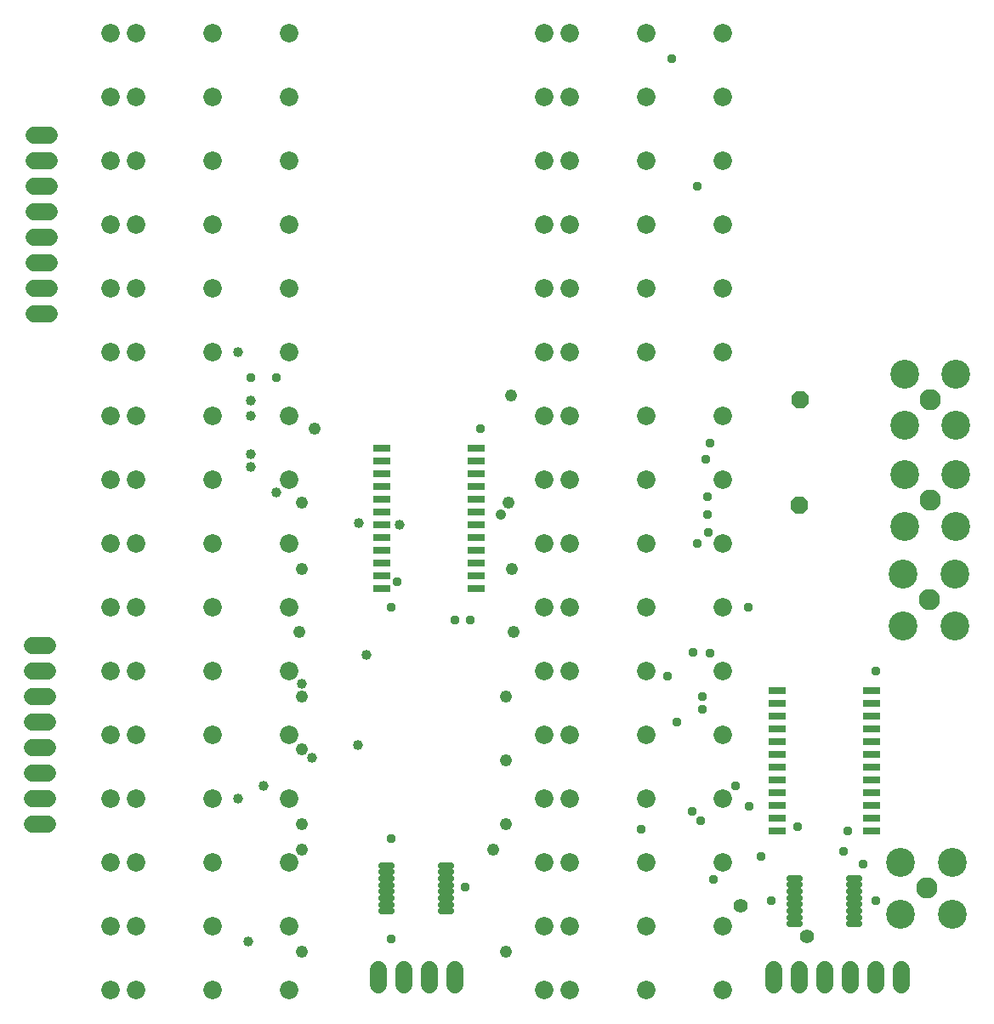
<source format=gbr>
G04 EAGLE Gerber RS-274X export*
G75*
%MOMM*%
%FSLAX34Y34*%
%LPD*%
%INSoldermask Top*%
%IPPOS*%
%AMOC8*
5,1,8,0,0,1.08239X$1,22.5*%
G01*
%ADD10C,2.108200*%
%ADD11C,2.870200*%
%ADD12C,1.727200*%
%ADD13P,1.869504X8X22.500000*%
%ADD14C,1.841500*%
%ADD15R,1.792200X0.735800*%
%ADD16C,0.653200*%
%ADD17C,0.959600*%
%ADD18C,1.009600*%
%ADD19C,1.409600*%
%ADD20C,1.059600*%
%ADD21C,1.209600*%


D10*
X927100Y127000D03*
D11*
X901601Y152499D03*
X952599Y152499D03*
X952599Y101501D03*
X901601Y101501D03*
D10*
X929640Y414020D03*
D11*
X904141Y439519D03*
X955139Y439519D03*
X955139Y388521D03*
X904141Y388521D03*
D12*
X850900Y45720D02*
X850900Y30480D01*
X825500Y30480D02*
X825500Y45720D01*
X800100Y45720D02*
X800100Y30480D01*
X774700Y30480D02*
X774700Y45720D01*
X457200Y45720D02*
X457200Y30480D01*
X431800Y30480D02*
X431800Y45720D01*
X406400Y45720D02*
X406400Y30480D01*
X381000Y30480D02*
X381000Y45720D01*
X53340Y876300D02*
X38100Y876300D01*
X38100Y850900D02*
X53340Y850900D01*
X53340Y825500D02*
X38100Y825500D01*
X38100Y800100D02*
X53340Y800100D01*
X53340Y774700D02*
X38100Y774700D01*
X38100Y749300D02*
X53340Y749300D01*
X53340Y723900D02*
X38100Y723900D01*
X38100Y698500D02*
X53340Y698500D01*
X52070Y368300D02*
X36830Y368300D01*
X36830Y342900D02*
X52070Y342900D01*
X52070Y317500D02*
X36830Y317500D01*
X36830Y292100D02*
X52070Y292100D01*
X52070Y266700D02*
X36830Y266700D01*
X36830Y241300D02*
X52070Y241300D01*
X52070Y215900D02*
X36830Y215900D01*
X36830Y190500D02*
X52070Y190500D01*
D13*
X800100Y508000D03*
X801370Y613410D03*
D12*
X876300Y45720D02*
X876300Y30480D01*
X901700Y30480D02*
X901700Y45720D01*
D14*
X723900Y977900D03*
X647700Y977900D03*
X571500Y977900D03*
X546100Y977900D03*
X723900Y406400D03*
X647700Y406400D03*
X571500Y406400D03*
X546100Y406400D03*
X723900Y342900D03*
X647700Y342900D03*
X571500Y342900D03*
X546100Y342900D03*
X723900Y279400D03*
X647700Y279400D03*
X571500Y279400D03*
X546100Y279400D03*
X723900Y215900D03*
X647700Y215900D03*
X571500Y215900D03*
X546100Y215900D03*
X723900Y152400D03*
X647700Y152400D03*
X571500Y152400D03*
X546100Y152400D03*
X723900Y88900D03*
X647700Y88900D03*
X571500Y88900D03*
X546100Y88900D03*
X723900Y25400D03*
X647700Y25400D03*
X571500Y25400D03*
X546100Y25400D03*
X292100Y977900D03*
X215900Y977900D03*
X139700Y977900D03*
X114300Y977900D03*
X292100Y914400D03*
X215900Y914400D03*
X139700Y914400D03*
X114300Y914400D03*
X292100Y850900D03*
X215900Y850900D03*
X139700Y850900D03*
X114300Y850900D03*
X723900Y914400D03*
X647700Y914400D03*
X571500Y914400D03*
X546100Y914400D03*
X292100Y787400D03*
X215900Y787400D03*
X139700Y787400D03*
X114300Y787400D03*
X292100Y723900D03*
X215900Y723900D03*
X139700Y723900D03*
X114300Y723900D03*
X292100Y660400D03*
X215900Y660400D03*
X139700Y660400D03*
X114300Y660400D03*
X292100Y596900D03*
X215900Y596900D03*
X139700Y596900D03*
X114300Y596900D03*
X292100Y533400D03*
X215900Y533400D03*
X139700Y533400D03*
X114300Y533400D03*
X292100Y469900D03*
X215900Y469900D03*
X139700Y469900D03*
X114300Y469900D03*
X292100Y406400D03*
X215900Y406400D03*
X139700Y406400D03*
X114300Y406400D03*
X292100Y342900D03*
X215900Y342900D03*
X139700Y342900D03*
X114300Y342900D03*
X292100Y279400D03*
X215900Y279400D03*
X139700Y279400D03*
X114300Y279400D03*
X292100Y215900D03*
X215900Y215900D03*
X139700Y215900D03*
X114300Y215900D03*
X723900Y850900D03*
X647700Y850900D03*
X571500Y850900D03*
X546100Y850900D03*
X292100Y152400D03*
X215900Y152400D03*
X139700Y152400D03*
X114300Y152400D03*
X292100Y88900D03*
X215900Y88900D03*
X139700Y88900D03*
X114300Y88900D03*
X292100Y25400D03*
X215900Y25400D03*
X139700Y25400D03*
X114300Y25400D03*
X723900Y787400D03*
X647700Y787400D03*
X571500Y787400D03*
X546100Y787400D03*
X723900Y723900D03*
X647700Y723900D03*
X571500Y723900D03*
X546100Y723900D03*
X723900Y660400D03*
X647700Y660400D03*
X571500Y660400D03*
X546100Y660400D03*
X723900Y596900D03*
X647700Y596900D03*
X571500Y596900D03*
X546100Y596900D03*
X723900Y533400D03*
X647700Y533400D03*
X571500Y533400D03*
X546100Y533400D03*
X723900Y469900D03*
X647700Y469900D03*
X571500Y469900D03*
X546100Y469900D03*
D10*
X930910Y613410D03*
D11*
X905411Y638909D03*
X956409Y638909D03*
X956409Y587911D03*
X905411Y587911D03*
D10*
X930910Y513080D03*
D11*
X905411Y538579D03*
X956409Y538579D03*
X956409Y487581D03*
X905411Y487581D03*
D15*
X478917Y425450D03*
X478917Y438150D03*
X478917Y450850D03*
X478917Y463550D03*
X478917Y476250D03*
X478917Y488950D03*
X478917Y501650D03*
X478917Y514350D03*
X478917Y527050D03*
X478917Y539750D03*
X478917Y552450D03*
X478917Y565150D03*
X384683Y565150D03*
X384683Y552450D03*
X384683Y539750D03*
X384683Y527050D03*
X384683Y514350D03*
X384683Y501650D03*
X384683Y488950D03*
X384683Y476250D03*
X384683Y463550D03*
X384683Y450850D03*
X384683Y438150D03*
X384683Y425450D03*
X872617Y184150D03*
X872617Y196850D03*
X872617Y209550D03*
X872617Y222250D03*
X872617Y234950D03*
X872617Y247650D03*
X872617Y260350D03*
X872617Y273050D03*
X872617Y285750D03*
X872617Y298450D03*
X872617Y311150D03*
X872617Y323850D03*
X778383Y323850D03*
X778383Y311150D03*
X778383Y298450D03*
X778383Y285750D03*
X778383Y273050D03*
X778383Y260350D03*
X778383Y247650D03*
X778383Y234950D03*
X778383Y222250D03*
X778383Y209550D03*
X778383Y196850D03*
X778383Y184150D03*
D16*
X394350Y149750D02*
X384850Y149750D01*
X384850Y143250D02*
X394350Y143250D01*
X394350Y136750D02*
X384850Y136750D01*
X384850Y130250D02*
X394350Y130250D01*
X394350Y123750D02*
X384850Y123750D01*
X384850Y117250D02*
X394350Y117250D01*
X394350Y110750D02*
X384850Y110750D01*
X384850Y104250D02*
X394350Y104250D01*
X443850Y104250D02*
X453350Y104250D01*
X453350Y110750D02*
X443850Y110750D01*
X443850Y117250D02*
X453350Y117250D01*
X453350Y123750D02*
X443850Y123750D01*
X443850Y130250D02*
X453350Y130250D01*
X453350Y136750D02*
X443850Y136750D01*
X443850Y143250D02*
X453350Y143250D01*
X453350Y149750D02*
X443850Y149750D01*
X791250Y137050D02*
X800750Y137050D01*
X800750Y130550D02*
X791250Y130550D01*
X791250Y124050D02*
X800750Y124050D01*
X800750Y117550D02*
X791250Y117550D01*
X791250Y111050D02*
X800750Y111050D01*
X800750Y104550D02*
X791250Y104550D01*
X791250Y98050D02*
X800750Y98050D01*
X800750Y91550D02*
X791250Y91550D01*
X850250Y91550D02*
X859750Y91550D01*
X859750Y98050D02*
X850250Y98050D01*
X850250Y104550D02*
X859750Y104550D01*
X859750Y111050D02*
X850250Y111050D01*
X850250Y117550D02*
X859750Y117550D01*
X859750Y124050D02*
X850250Y124050D01*
X850250Y130550D02*
X859750Y130550D01*
X859750Y137050D02*
X850250Y137050D01*
D17*
X702310Y194310D03*
X693420Y203200D03*
X703580Y304800D03*
X642620Y185420D03*
X703580Y317500D03*
X678180Y292100D03*
X669290Y337820D03*
X673100Y952500D03*
X711200Y570230D03*
X698500Y825500D03*
X707390Y553720D03*
X708660Y516890D03*
X708660Y499110D03*
X709930Y481330D03*
X698500Y469900D03*
X694690Y361950D03*
X279400Y635000D03*
X254000Y635000D03*
D18*
X241300Y660400D03*
X254000Y612140D03*
X254000Y596900D03*
X254000Y558800D03*
X254000Y546100D03*
X279400Y520700D03*
X361950Y490220D03*
X402590Y488950D03*
X369570Y359410D03*
X304800Y330200D03*
X360680Y269240D03*
X314960Y256540D03*
X241300Y215900D03*
X266700Y228600D03*
X251460Y73660D03*
D17*
X482600Y584200D03*
X393700Y76200D03*
X467360Y128270D03*
X876300Y342900D03*
D19*
X807720Y78740D03*
X741680Y109220D03*
D20*
X502920Y499110D03*
D21*
X513080Y617220D03*
X317500Y584200D03*
X510540Y510540D03*
X304800Y510540D03*
X508000Y63500D03*
X304800Y63500D03*
X495300Y165100D03*
X304800Y165100D03*
X508000Y190500D03*
X304800Y190500D03*
X508000Y254000D03*
X304800Y265430D03*
X508000Y317500D03*
X304800Y317500D03*
X515620Y382270D03*
X302260Y382270D03*
X514350Y444500D03*
X304800Y444500D03*
D17*
X844550Y163830D03*
X798830Y187960D03*
X472440Y393700D03*
X400050Y431800D03*
X848360Y184150D03*
X736600Y228600D03*
X772160Y114300D03*
X750570Y208280D03*
X863600Y151130D03*
X762000Y158750D03*
X457200Y393700D03*
X393700Y406400D03*
X393700Y176530D03*
X711200Y360680D03*
X715010Y135890D03*
X749300Y406400D03*
X876300Y114300D03*
M02*

</source>
